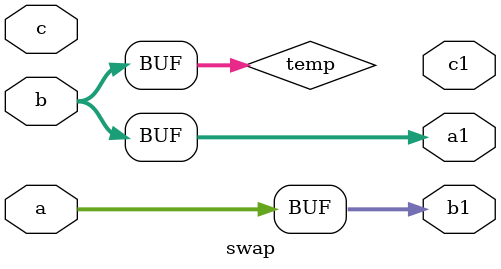
<source format=v>
`timescale 1ns / 1ps


module swap(a,b,c,a1,b1,c1);
input [3:0]a,b,c;
output reg[3:0]a1,b1,c1;
reg[3:0]temp;
always@(*)
begin
/*code using addition and subtraction
 a1=a+b+c;
 b1=a1-(b+c);
 c1=a1-(b1+c);
 a1=a1-(b1+c1);end*/
 
 /*a1=a^b^c;//code using xor gate
 b1=a1^b^c;
 c1=a1^b1^c;
 a1=a1^b1^c1;*/
 temp=b;
 b1=a;
 a1=temp;
 
 end
endmodule


</source>
